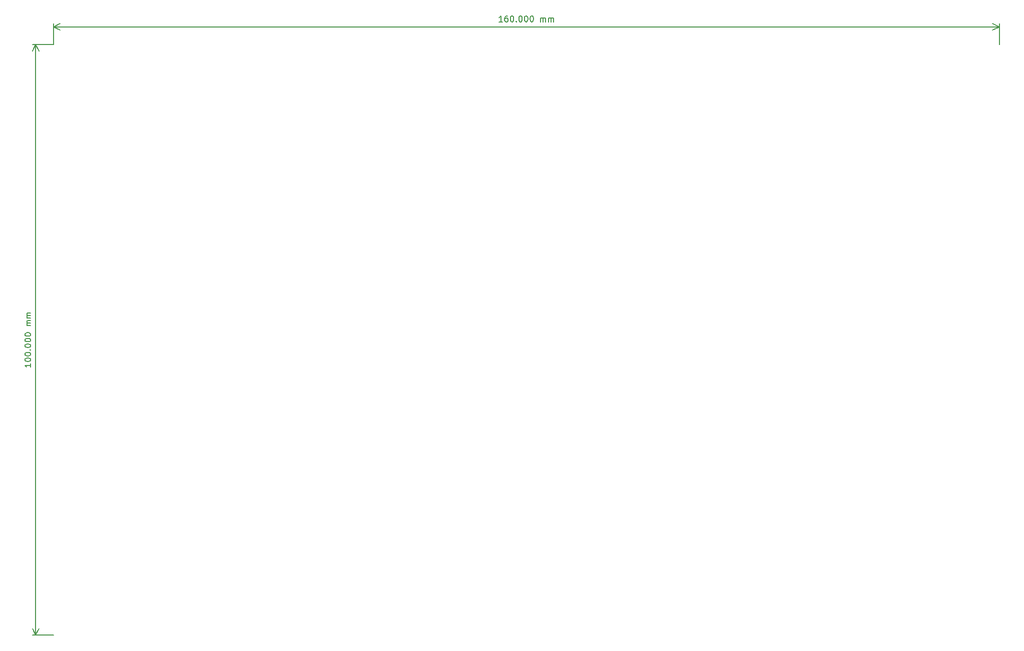
<source format=gbr>
G04 #@! TF.GenerationSoftware,KiCad,Pcbnew,5.1.4*
G04 #@! TF.CreationDate,2019-08-28T20:29:58+02:00*
G04 #@! TF.ProjectId,ETH1CJTAG,45544831-434a-4544-9147-2e6b69636164,rev?*
G04 #@! TF.SameCoordinates,Original*
G04 #@! TF.FileFunction,Drawing*
%FSLAX46Y46*%
G04 Gerber Fmt 4.6, Leading zero omitted, Abs format (unit mm)*
G04 Created by KiCad (PCBNEW 5.1.4) date 2019-08-28 20:29:58*
%MOMM*%
%LPD*%
G04 APERTURE LIST*
%ADD10C,0.150000*%
G04 APERTURE END LIST*
D10*
X143952380Y-36152380D02*
X143380952Y-36152380D01*
X143666666Y-36152380D02*
X143666666Y-35152380D01*
X143571428Y-35295238D01*
X143476190Y-35390476D01*
X143380952Y-35438095D01*
X144809523Y-35152380D02*
X144619047Y-35152380D01*
X144523809Y-35200000D01*
X144476190Y-35247619D01*
X144380952Y-35390476D01*
X144333333Y-35580952D01*
X144333333Y-35961904D01*
X144380952Y-36057142D01*
X144428571Y-36104761D01*
X144523809Y-36152380D01*
X144714285Y-36152380D01*
X144809523Y-36104761D01*
X144857142Y-36057142D01*
X144904761Y-35961904D01*
X144904761Y-35723809D01*
X144857142Y-35628571D01*
X144809523Y-35580952D01*
X144714285Y-35533333D01*
X144523809Y-35533333D01*
X144428571Y-35580952D01*
X144380952Y-35628571D01*
X144333333Y-35723809D01*
X145523809Y-35152380D02*
X145619047Y-35152380D01*
X145714285Y-35200000D01*
X145761904Y-35247619D01*
X145809523Y-35342857D01*
X145857142Y-35533333D01*
X145857142Y-35771428D01*
X145809523Y-35961904D01*
X145761904Y-36057142D01*
X145714285Y-36104761D01*
X145619047Y-36152380D01*
X145523809Y-36152380D01*
X145428571Y-36104761D01*
X145380952Y-36057142D01*
X145333333Y-35961904D01*
X145285714Y-35771428D01*
X145285714Y-35533333D01*
X145333333Y-35342857D01*
X145380952Y-35247619D01*
X145428571Y-35200000D01*
X145523809Y-35152380D01*
X146285714Y-36057142D02*
X146333333Y-36104761D01*
X146285714Y-36152380D01*
X146238095Y-36104761D01*
X146285714Y-36057142D01*
X146285714Y-36152380D01*
X146952380Y-35152380D02*
X147047619Y-35152380D01*
X147142857Y-35200000D01*
X147190476Y-35247619D01*
X147238095Y-35342857D01*
X147285714Y-35533333D01*
X147285714Y-35771428D01*
X147238095Y-35961904D01*
X147190476Y-36057142D01*
X147142857Y-36104761D01*
X147047619Y-36152380D01*
X146952380Y-36152380D01*
X146857142Y-36104761D01*
X146809523Y-36057142D01*
X146761904Y-35961904D01*
X146714285Y-35771428D01*
X146714285Y-35533333D01*
X146761904Y-35342857D01*
X146809523Y-35247619D01*
X146857142Y-35200000D01*
X146952380Y-35152380D01*
X147904761Y-35152380D02*
X148000000Y-35152380D01*
X148095238Y-35200000D01*
X148142857Y-35247619D01*
X148190476Y-35342857D01*
X148238095Y-35533333D01*
X148238095Y-35771428D01*
X148190476Y-35961904D01*
X148142857Y-36057142D01*
X148095238Y-36104761D01*
X148000000Y-36152380D01*
X147904761Y-36152380D01*
X147809523Y-36104761D01*
X147761904Y-36057142D01*
X147714285Y-35961904D01*
X147666666Y-35771428D01*
X147666666Y-35533333D01*
X147714285Y-35342857D01*
X147761904Y-35247619D01*
X147809523Y-35200000D01*
X147904761Y-35152380D01*
X148857142Y-35152380D02*
X148952380Y-35152380D01*
X149047619Y-35200000D01*
X149095238Y-35247619D01*
X149142857Y-35342857D01*
X149190476Y-35533333D01*
X149190476Y-35771428D01*
X149142857Y-35961904D01*
X149095238Y-36057142D01*
X149047619Y-36104761D01*
X148952380Y-36152380D01*
X148857142Y-36152380D01*
X148761904Y-36104761D01*
X148714285Y-36057142D01*
X148666666Y-35961904D01*
X148619047Y-35771428D01*
X148619047Y-35533333D01*
X148666666Y-35342857D01*
X148714285Y-35247619D01*
X148761904Y-35200000D01*
X148857142Y-35152380D01*
X150380952Y-36152380D02*
X150380952Y-35485714D01*
X150380952Y-35580952D02*
X150428571Y-35533333D01*
X150523809Y-35485714D01*
X150666666Y-35485714D01*
X150761904Y-35533333D01*
X150809523Y-35628571D01*
X150809523Y-36152380D01*
X150809523Y-35628571D02*
X150857142Y-35533333D01*
X150952380Y-35485714D01*
X151095238Y-35485714D01*
X151190476Y-35533333D01*
X151238095Y-35628571D01*
X151238095Y-36152380D01*
X151714285Y-36152380D02*
X151714285Y-35485714D01*
X151714285Y-35580952D02*
X151761904Y-35533333D01*
X151857142Y-35485714D01*
X152000000Y-35485714D01*
X152095238Y-35533333D01*
X152142857Y-35628571D01*
X152142857Y-36152380D01*
X152142857Y-35628571D02*
X152190476Y-35533333D01*
X152285714Y-35485714D01*
X152428571Y-35485714D01*
X152523809Y-35533333D01*
X152571428Y-35628571D01*
X152571428Y-36152380D01*
X68000000Y-37000000D02*
X228000000Y-37000000D01*
X68000000Y-40000000D02*
X68000000Y-36413579D01*
X228000000Y-40000000D02*
X228000000Y-36413579D01*
X228000000Y-37000000D02*
X226873496Y-37586421D01*
X228000000Y-37000000D02*
X226873496Y-36413579D01*
X68000000Y-37000000D02*
X69126504Y-37586421D01*
X68000000Y-37000000D02*
X69126504Y-36413579D01*
X64152380Y-94047619D02*
X64152380Y-94619047D01*
X64152380Y-94333333D02*
X63152380Y-94333333D01*
X63295238Y-94428571D01*
X63390476Y-94523809D01*
X63438095Y-94619047D01*
X63152380Y-93428571D02*
X63152380Y-93333333D01*
X63200000Y-93238095D01*
X63247619Y-93190476D01*
X63342857Y-93142857D01*
X63533333Y-93095238D01*
X63771428Y-93095238D01*
X63961904Y-93142857D01*
X64057142Y-93190476D01*
X64104761Y-93238095D01*
X64152380Y-93333333D01*
X64152380Y-93428571D01*
X64104761Y-93523809D01*
X64057142Y-93571428D01*
X63961904Y-93619047D01*
X63771428Y-93666666D01*
X63533333Y-93666666D01*
X63342857Y-93619047D01*
X63247619Y-93571428D01*
X63200000Y-93523809D01*
X63152380Y-93428571D01*
X63152380Y-92476190D02*
X63152380Y-92380952D01*
X63200000Y-92285714D01*
X63247619Y-92238095D01*
X63342857Y-92190476D01*
X63533333Y-92142857D01*
X63771428Y-92142857D01*
X63961904Y-92190476D01*
X64057142Y-92238095D01*
X64104761Y-92285714D01*
X64152380Y-92380952D01*
X64152380Y-92476190D01*
X64104761Y-92571428D01*
X64057142Y-92619047D01*
X63961904Y-92666666D01*
X63771428Y-92714285D01*
X63533333Y-92714285D01*
X63342857Y-92666666D01*
X63247619Y-92619047D01*
X63200000Y-92571428D01*
X63152380Y-92476190D01*
X64057142Y-91714285D02*
X64104761Y-91666666D01*
X64152380Y-91714285D01*
X64104761Y-91761904D01*
X64057142Y-91714285D01*
X64152380Y-91714285D01*
X63152380Y-91047619D02*
X63152380Y-90952380D01*
X63200000Y-90857142D01*
X63247619Y-90809523D01*
X63342857Y-90761904D01*
X63533333Y-90714285D01*
X63771428Y-90714285D01*
X63961904Y-90761904D01*
X64057142Y-90809523D01*
X64104761Y-90857142D01*
X64152380Y-90952380D01*
X64152380Y-91047619D01*
X64104761Y-91142857D01*
X64057142Y-91190476D01*
X63961904Y-91238095D01*
X63771428Y-91285714D01*
X63533333Y-91285714D01*
X63342857Y-91238095D01*
X63247619Y-91190476D01*
X63200000Y-91142857D01*
X63152380Y-91047619D01*
X63152380Y-90095238D02*
X63152380Y-90000000D01*
X63200000Y-89904761D01*
X63247619Y-89857142D01*
X63342857Y-89809523D01*
X63533333Y-89761904D01*
X63771428Y-89761904D01*
X63961904Y-89809523D01*
X64057142Y-89857142D01*
X64104761Y-89904761D01*
X64152380Y-90000000D01*
X64152380Y-90095238D01*
X64104761Y-90190476D01*
X64057142Y-90238095D01*
X63961904Y-90285714D01*
X63771428Y-90333333D01*
X63533333Y-90333333D01*
X63342857Y-90285714D01*
X63247619Y-90238095D01*
X63200000Y-90190476D01*
X63152380Y-90095238D01*
X63152380Y-89142857D02*
X63152380Y-89047619D01*
X63200000Y-88952380D01*
X63247619Y-88904761D01*
X63342857Y-88857142D01*
X63533333Y-88809523D01*
X63771428Y-88809523D01*
X63961904Y-88857142D01*
X64057142Y-88904761D01*
X64104761Y-88952380D01*
X64152380Y-89047619D01*
X64152380Y-89142857D01*
X64104761Y-89238095D01*
X64057142Y-89285714D01*
X63961904Y-89333333D01*
X63771428Y-89380952D01*
X63533333Y-89380952D01*
X63342857Y-89333333D01*
X63247619Y-89285714D01*
X63200000Y-89238095D01*
X63152380Y-89142857D01*
X64152380Y-87619047D02*
X63485714Y-87619047D01*
X63580952Y-87619047D02*
X63533333Y-87571428D01*
X63485714Y-87476190D01*
X63485714Y-87333333D01*
X63533333Y-87238095D01*
X63628571Y-87190476D01*
X64152380Y-87190476D01*
X63628571Y-87190476D02*
X63533333Y-87142857D01*
X63485714Y-87047619D01*
X63485714Y-86904761D01*
X63533333Y-86809523D01*
X63628571Y-86761904D01*
X64152380Y-86761904D01*
X64152380Y-86285714D02*
X63485714Y-86285714D01*
X63580952Y-86285714D02*
X63533333Y-86238095D01*
X63485714Y-86142857D01*
X63485714Y-86000000D01*
X63533333Y-85904761D01*
X63628571Y-85857142D01*
X64152380Y-85857142D01*
X63628571Y-85857142D02*
X63533333Y-85809523D01*
X63485714Y-85714285D01*
X63485714Y-85571428D01*
X63533333Y-85476190D01*
X63628571Y-85428571D01*
X64152380Y-85428571D01*
X65000000Y-140000000D02*
X65000000Y-40000000D01*
X68000000Y-140000000D02*
X64413579Y-140000000D01*
X68000000Y-40000000D02*
X64413579Y-40000000D01*
X65000000Y-40000000D02*
X65586421Y-41126504D01*
X65000000Y-40000000D02*
X64413579Y-41126504D01*
X65000000Y-140000000D02*
X65586421Y-138873496D01*
X65000000Y-140000000D02*
X64413579Y-138873496D01*
M02*

</source>
